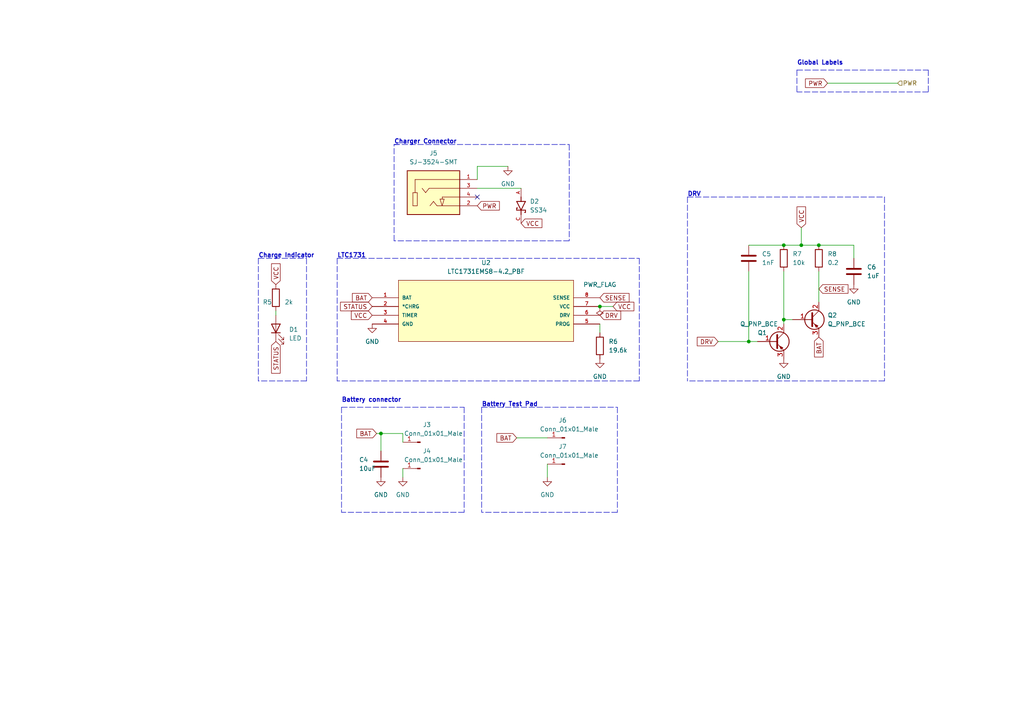
<source format=kicad_sch>
(kicad_sch (version 20211123) (generator eeschema)

  (uuid a93577f2-d801-492f-833e-569e8da0275e)

  (paper "A4")

  (lib_symbols
    (symbol "Connector:Conn_01x01_Male" (pin_names (offset 1.016) hide) (in_bom yes) (on_board yes)
      (property "Reference" "J" (id 0) (at 0 2.54 0)
        (effects (font (size 1.27 1.27)))
      )
      (property "Value" "Conn_01x01_Male" (id 1) (at 0 -2.54 0)
        (effects (font (size 1.27 1.27)))
      )
      (property "Footprint" "" (id 2) (at 0 0 0)
        (effects (font (size 1.27 1.27)) hide)
      )
      (property "Datasheet" "~" (id 3) (at 0 0 0)
        (effects (font (size 1.27 1.27)) hide)
      )
      (property "ki_keywords" "connector" (id 4) (at 0 0 0)
        (effects (font (size 1.27 1.27)) hide)
      )
      (property "ki_description" "Generic connector, single row, 01x01, script generated (kicad-library-utils/schlib/autogen/connector/)" (id 5) (at 0 0 0)
        (effects (font (size 1.27 1.27)) hide)
      )
      (property "ki_fp_filters" "Connector*:*" (id 6) (at 0 0 0)
        (effects (font (size 1.27 1.27)) hide)
      )
      (symbol "Conn_01x01_Male_1_1"
        (polyline
          (pts
            (xy 1.27 0)
            (xy 0.8636 0)
          )
          (stroke (width 0.1524) (type default) (color 0 0 0 0))
          (fill (type none))
        )
        (rectangle (start 0.8636 0.127) (end 0 -0.127)
          (stroke (width 0.1524) (type default) (color 0 0 0 0))
          (fill (type outline))
        )
        (pin passive line (at 5.08 0 180) (length 3.81)
          (name "Pin_1" (effects (font (size 1.27 1.27))))
          (number "1" (effects (font (size 1.27 1.27))))
        )
      )
    )
    (symbol "Device:C" (pin_numbers hide) (pin_names (offset 0.254)) (in_bom yes) (on_board yes)
      (property "Reference" "C" (id 0) (at 0.635 2.54 0)
        (effects (font (size 1.27 1.27)) (justify left))
      )
      (property "Value" "C" (id 1) (at 0.635 -2.54 0)
        (effects (font (size 1.27 1.27)) (justify left))
      )
      (property "Footprint" "" (id 2) (at 0.9652 -3.81 0)
        (effects (font (size 1.27 1.27)) hide)
      )
      (property "Datasheet" "~" (id 3) (at 0 0 0)
        (effects (font (size 1.27 1.27)) hide)
      )
      (property "ki_keywords" "cap capacitor" (id 4) (at 0 0 0)
        (effects (font (size 1.27 1.27)) hide)
      )
      (property "ki_description" "Unpolarized capacitor" (id 5) (at 0 0 0)
        (effects (font (size 1.27 1.27)) hide)
      )
      (property "ki_fp_filters" "C_*" (id 6) (at 0 0 0)
        (effects (font (size 1.27 1.27)) hide)
      )
      (symbol "C_0_1"
        (polyline
          (pts
            (xy -2.032 -0.762)
            (xy 2.032 -0.762)
          )
          (stroke (width 0.508) (type default) (color 0 0 0 0))
          (fill (type none))
        )
        (polyline
          (pts
            (xy -2.032 0.762)
            (xy 2.032 0.762)
          )
          (stroke (width 0.508) (type default) (color 0 0 0 0))
          (fill (type none))
        )
      )
      (symbol "C_1_1"
        (pin passive line (at 0 3.81 270) (length 2.794)
          (name "~" (effects (font (size 1.27 1.27))))
          (number "1" (effects (font (size 1.27 1.27))))
        )
        (pin passive line (at 0 -3.81 90) (length 2.794)
          (name "~" (effects (font (size 1.27 1.27))))
          (number "2" (effects (font (size 1.27 1.27))))
        )
      )
    )
    (symbol "Device:LED" (pin_numbers hide) (pin_names (offset 1.016) hide) (in_bom yes) (on_board yes)
      (property "Reference" "D" (id 0) (at 0 2.54 0)
        (effects (font (size 1.27 1.27)))
      )
      (property "Value" "LED" (id 1) (at 0 -2.54 0)
        (effects (font (size 1.27 1.27)))
      )
      (property "Footprint" "" (id 2) (at 0 0 0)
        (effects (font (size 1.27 1.27)) hide)
      )
      (property "Datasheet" "~" (id 3) (at 0 0 0)
        (effects (font (size 1.27 1.27)) hide)
      )
      (property "ki_keywords" "LED diode" (id 4) (at 0 0 0)
        (effects (font (size 1.27 1.27)) hide)
      )
      (property "ki_description" "Light emitting diode" (id 5) (at 0 0 0)
        (effects (font (size 1.27 1.27)) hide)
      )
      (property "ki_fp_filters" "LED* LED_SMD:* LED_THT:*" (id 6) (at 0 0 0)
        (effects (font (size 1.27 1.27)) hide)
      )
      (symbol "LED_0_1"
        (polyline
          (pts
            (xy -1.27 -1.27)
            (xy -1.27 1.27)
          )
          (stroke (width 0.254) (type default) (color 0 0 0 0))
          (fill (type none))
        )
        (polyline
          (pts
            (xy -1.27 0)
            (xy 1.27 0)
          )
          (stroke (width 0) (type default) (color 0 0 0 0))
          (fill (type none))
        )
        (polyline
          (pts
            (xy 1.27 -1.27)
            (xy 1.27 1.27)
            (xy -1.27 0)
            (xy 1.27 -1.27)
          )
          (stroke (width 0.254) (type default) (color 0 0 0 0))
          (fill (type none))
        )
        (polyline
          (pts
            (xy -3.048 -0.762)
            (xy -4.572 -2.286)
            (xy -3.81 -2.286)
            (xy -4.572 -2.286)
            (xy -4.572 -1.524)
          )
          (stroke (width 0) (type default) (color 0 0 0 0))
          (fill (type none))
        )
        (polyline
          (pts
            (xy -1.778 -0.762)
            (xy -3.302 -2.286)
            (xy -2.54 -2.286)
            (xy -3.302 -2.286)
            (xy -3.302 -1.524)
          )
          (stroke (width 0) (type default) (color 0 0 0 0))
          (fill (type none))
        )
      )
      (symbol "LED_1_1"
        (pin passive line (at -3.81 0 0) (length 2.54)
          (name "K" (effects (font (size 1.27 1.27))))
          (number "1" (effects (font (size 1.27 1.27))))
        )
        (pin passive line (at 3.81 0 180) (length 2.54)
          (name "A" (effects (font (size 1.27 1.27))))
          (number "2" (effects (font (size 1.27 1.27))))
        )
      )
    )
    (symbol "Device:Q_PNP_BCE" (pin_names (offset 0) hide) (in_bom yes) (on_board yes)
      (property "Reference" "Q" (id 0) (at 5.08 1.27 0)
        (effects (font (size 1.27 1.27)) (justify left))
      )
      (property "Value" "Q_PNP_BCE" (id 1) (at 5.08 -1.27 0)
        (effects (font (size 1.27 1.27)) (justify left))
      )
      (property "Footprint" "" (id 2) (at 5.08 2.54 0)
        (effects (font (size 1.27 1.27)) hide)
      )
      (property "Datasheet" "~" (id 3) (at 0 0 0)
        (effects (font (size 1.27 1.27)) hide)
      )
      (property "ki_keywords" "transistor PNP" (id 4) (at 0 0 0)
        (effects (font (size 1.27 1.27)) hide)
      )
      (property "ki_description" "PNP transistor, base/collector/emitter" (id 5) (at 0 0 0)
        (effects (font (size 1.27 1.27)) hide)
      )
      (symbol "Q_PNP_BCE_0_1"
        (polyline
          (pts
            (xy 0.635 0.635)
            (xy 2.54 2.54)
          )
          (stroke (width 0) (type default) (color 0 0 0 0))
          (fill (type none))
        )
        (polyline
          (pts
            (xy 0.635 -0.635)
            (xy 2.54 -2.54)
            (xy 2.54 -2.54)
          )
          (stroke (width 0) (type default) (color 0 0 0 0))
          (fill (type none))
        )
        (polyline
          (pts
            (xy 0.635 1.905)
            (xy 0.635 -1.905)
            (xy 0.635 -1.905)
          )
          (stroke (width 0.508) (type default) (color 0 0 0 0))
          (fill (type none))
        )
        (polyline
          (pts
            (xy 2.286 -1.778)
            (xy 1.778 -2.286)
            (xy 1.27 -1.27)
            (xy 2.286 -1.778)
            (xy 2.286 -1.778)
          )
          (stroke (width 0) (type default) (color 0 0 0 0))
          (fill (type outline))
        )
        (circle (center 1.27 0) (radius 2.8194)
          (stroke (width 0.254) (type default) (color 0 0 0 0))
          (fill (type none))
        )
      )
      (symbol "Q_PNP_BCE_1_1"
        (pin input line (at -5.08 0 0) (length 5.715)
          (name "B" (effects (font (size 1.27 1.27))))
          (number "1" (effects (font (size 1.27 1.27))))
        )
        (pin passive line (at 2.54 5.08 270) (length 2.54)
          (name "C" (effects (font (size 1.27 1.27))))
          (number "2" (effects (font (size 1.27 1.27))))
        )
        (pin passive line (at 2.54 -5.08 90) (length 2.54)
          (name "E" (effects (font (size 1.27 1.27))))
          (number "3" (effects (font (size 1.27 1.27))))
        )
      )
    )
    (symbol "Device:R" (pin_numbers hide) (pin_names (offset 0)) (in_bom yes) (on_board yes)
      (property "Reference" "R" (id 0) (at 2.032 0 90)
        (effects (font (size 1.27 1.27)))
      )
      (property "Value" "R" (id 1) (at 0 0 90)
        (effects (font (size 1.27 1.27)))
      )
      (property "Footprint" "" (id 2) (at -1.778 0 90)
        (effects (font (size 1.27 1.27)) hide)
      )
      (property "Datasheet" "~" (id 3) (at 0 0 0)
        (effects (font (size 1.27 1.27)) hide)
      )
      (property "ki_keywords" "R res resistor" (id 4) (at 0 0 0)
        (effects (font (size 1.27 1.27)) hide)
      )
      (property "ki_description" "Resistor" (id 5) (at 0 0 0)
        (effects (font (size 1.27 1.27)) hide)
      )
      (property "ki_fp_filters" "R_*" (id 6) (at 0 0 0)
        (effects (font (size 1.27 1.27)) hide)
      )
      (symbol "R_0_1"
        (rectangle (start -1.016 -2.54) (end 1.016 2.54)
          (stroke (width 0.254) (type default) (color 0 0 0 0))
          (fill (type none))
        )
      )
      (symbol "R_1_1"
        (pin passive line (at 0 3.81 270) (length 1.27)
          (name "~" (effects (font (size 1.27 1.27))))
          (number "1" (effects (font (size 1.27 1.27))))
        )
        (pin passive line (at 0 -3.81 90) (length 1.27)
          (name "~" (effects (font (size 1.27 1.27))))
          (number "2" (effects (font (size 1.27 1.27))))
        )
      )
    )
    (symbol "LTC1731EMS8-4.2_PBF:LTC1731EMS8-4.2_PBF" (pin_names (offset 1.016)) (in_bom yes) (on_board yes)
      (property "Reference" "U" (id 0) (at 28.2956 9.1186 0)
        (effects (font (size 1.27 1.27)) (justify left bottom))
      )
      (property "Value" "LTC1731EMS8-4.2_PBF" (id 1) (at 27.6606 6.5786 0)
        (effects (font (size 1.27 1.27)) (justify left bottom))
      )
      (property "Footprint" "LTC1731EMS8-4.2_PBF:MSOP-8_MS" (id 2) (at 0 0 0)
        (effects (font (size 1.27 1.27)) (justify bottom) hide)
      )
      (property "Datasheet" "" (id 3) (at 0 0 0)
        (effects (font (size 1.27 1.27)) hide)
      )
      (property "MF" "Analog Devices" (id 4) (at 0 0 0)
        (effects (font (size 1.27 1.27)) (justify bottom) hide)
      )
      (property "VENDOR" "Linear Technology" (id 5) (at 0 0 0)
        (effects (font (size 1.27 1.27)) (justify bottom) hide)
      )
      (property "Description" "\n                        \n                            Linear Battery Charger Controller Li-Ion/Li-Pol/NiCD/NiMH 2000mA 4.2V 8-Pin MSOP Tube\n                        \n" (id 6) (at 0 0 0)
        (effects (font (size 1.27 1.27)) (justify bottom) hide)
      )
      (property "Package" "MSOP-8 Linear Technology" (id 7) (at 0 0 0)
        (effects (font (size 1.27 1.27)) (justify bottom) hide)
      )
      (property "Price" "None" (id 8) (at 0 0 0)
        (effects (font (size 1.27 1.27)) (justify bottom) hide)
      )
      (property "Check_prices" "https://www.snapeda.com/parts/LTC1731EMS8-4.2%23PBF/Analog+Devices/view-part/?ref=eda" (id 9) (at 0 0 0)
        (effects (font (size 1.27 1.27)) (justify bottom) hide)
      )
      (property "SnapEDA_Link" "https://www.snapeda.com/parts/LTC1731EMS8-4.2%23PBF/Analog+Devices/view-part/?ref=snap" (id 10) (at 0 0 0)
        (effects (font (size 1.27 1.27)) (justify bottom) hide)
      )
      (property "MP" "LTC1731EMS8-4.2#PBF" (id 11) (at 0 0 0)
        (effects (font (size 1.27 1.27)) (justify bottom) hide)
      )
      (property "Availability" "In Stock" (id 12) (at 0 0 0)
        (effects (font (size 1.27 1.27)) (justify bottom) hide)
      )
      (property "MANUFACTURER_PART_NUMBER" "ltc1731ems88.4" (id 13) (at 0 0 0)
        (effects (font (size 1.27 1.27)) (justify bottom) hide)
      )
      (symbol "LTC1731EMS8-4.2_PBF_0_0"
        (rectangle (start 7.62 -12.7) (end 58.42 5.08)
          (stroke (width 0.1524) (type default) (color 0 0 0 0))
          (fill (type background))
        )
        (pin input line (at 0 0 0) (length 7.62)
          (name "BAT" (effects (font (size 1.016 1.016))))
          (number "1" (effects (font (size 1.016 1.016))))
        )
        (pin output line (at 0 -2.54 0) (length 7.62)
          (name "*CHRG" (effects (font (size 1.016 1.016))))
          (number "2" (effects (font (size 1.016 1.016))))
        )
        (pin input line (at 0 -5.08 0) (length 7.62)
          (name "TIMER" (effects (font (size 1.016 1.016))))
          (number "3" (effects (font (size 1.016 1.016))))
        )
        (pin power_in line (at 0 -7.62 0) (length 7.62)
          (name "GND" (effects (font (size 1.016 1.016))))
          (number "4" (effects (font (size 1.016 1.016))))
        )
        (pin input line (at 66.04 -7.62 180) (length 7.62)
          (name "PROG" (effects (font (size 1.016 1.016))))
          (number "5" (effects (font (size 1.016 1.016))))
        )
        (pin output line (at 66.04 -5.08 180) (length 7.62)
          (name "DRV" (effects (font (size 1.016 1.016))))
          (number "6" (effects (font (size 1.016 1.016))))
        )
        (pin power_in line (at 66.04 -2.54 180) (length 7.62)
          (name "VCC" (effects (font (size 1.016 1.016))))
          (number "7" (effects (font (size 1.016 1.016))))
        )
        (pin input line (at 66.04 0 180) (length 7.62)
          (name "SENSE" (effects (font (size 1.016 1.016))))
          (number "8" (effects (font (size 1.016 1.016))))
        )
      )
    )
    (symbol "SJ-3524-SMT:SJ-3524-SMT" (pin_names (offset 1.016)) (in_bom yes) (on_board yes)
      (property "Reference" "J" (id 0) (at -7.637 8.2738 0)
        (effects (font (size 1.27 1.27)) (justify left bottom))
      )
      (property "Value" "SJ-3524-SMT" (id 1) (at -7.6519 -7.6606 0)
        (effects (font (size 1.27 1.27)) (justify left bottom))
      )
      (property "Footprint" "SJ-3524-SMT:CUI_SJ-3524-SMT" (id 2) (at 0 0 0)
        (effects (font (size 1.27 1.27)) (justify bottom) hide)
      )
      (property "Datasheet" "" (id 3) (at 0 0 0)
        (effects (font (size 1.27 1.27)) hide)
      )
      (property "MF" "Same Sky" (id 4) (at 0 0 0)
        (effects (font (size 1.27 1.27)) (justify bottom) hide)
      )
      (property "Description" "\n                        \n                            3.5 mm, Stereo, Right Angle, Surface Mount (SMT), 3 Conductors, 1 Internal Switch, Audio Jack Connector\n                        \n" (id 5) (at 0 0 0)
        (effects (font (size 1.27 1.27)) (justify bottom) hide)
      )
      (property "Package" "None" (id 6) (at 0 0 0)
        (effects (font (size 1.27 1.27)) (justify bottom) hide)
      )
      (property "Price" "None" (id 7) (at 0 0 0)
        (effects (font (size 1.27 1.27)) (justify bottom) hide)
      )
      (property "STANDARD" "Manufacturer recommendations" (id 8) (at 0 0 0)
        (effects (font (size 1.27 1.27)) (justify bottom) hide)
      )
      (property "PARTREV" "1.03" (id 9) (at 0 0 0)
        (effects (font (size 1.27 1.27)) (justify bottom) hide)
      )
      (property "SnapEDA_Link" "https://www.snapeda.com/parts/SJ-3524-SMT-TR/Same+Sky/view-part/?ref=snap" (id 10) (at 0 0 0)
        (effects (font (size 1.27 1.27)) (justify bottom) hide)
      )
      (property "MP" "SJ-3524-SMT-TR" (id 11) (at 0 0 0)
        (effects (font (size 1.27 1.27)) (justify bottom) hide)
      )
      (property "Availability" "In Stock" (id 12) (at 0 0 0)
        (effects (font (size 1.27 1.27)) (justify bottom) hide)
      )
      (property "Check_prices" "https://www.snapeda.com/parts/SJ-3524-SMT-TR/Same+Sky/view-part/?ref=eda" (id 13) (at 0 0 0)
        (effects (font (size 1.27 1.27)) (justify bottom) hide)
      )
      (symbol "SJ-3524-SMT_0_0"
        (rectangle (start -7.62 -5.08) (end 7.62 7.62)
          (stroke (width 0.254) (type default) (color 0 0 0 0))
          (fill (type background))
        )
        (polyline
          (pts
            (xy -5.969 -2.54)
            (xy -4.699 -2.54)
          )
          (stroke (width 0.1524) (type default) (color 0 0 0 0))
          (fill (type none))
        )
        (polyline
          (pts
            (xy -5.969 1.27)
            (xy -5.969 -2.54)
          )
          (stroke (width 0.1524) (type default) (color 0 0 0 0))
          (fill (type none))
        )
        (polyline
          (pts
            (xy -5.334 1.27)
            (xy -5.969 1.27)
          )
          (stroke (width 0.1524) (type default) (color 0 0 0 0))
          (fill (type none))
        )
        (polyline
          (pts
            (xy -5.334 1.27)
            (xy -5.334 5.08)
          )
          (stroke (width 0.1524) (type default) (color 0 0 0 0))
          (fill (type none))
        )
        (polyline
          (pts
            (xy -5.334 5.08)
            (xy 7.62 5.08)
          )
          (stroke (width 0.1524) (type default) (color 0 0 0 0))
          (fill (type none))
        )
        (polyline
          (pts
            (xy -4.699 -2.54)
            (xy -4.699 1.27)
          )
          (stroke (width 0.1524) (type default) (color 0 0 0 0))
          (fill (type none))
        )
        (polyline
          (pts
            (xy -4.699 1.27)
            (xy -5.334 1.27)
          )
          (stroke (width 0.1524) (type default) (color 0 0 0 0))
          (fill (type none))
        )
        (polyline
          (pts
            (xy -2.286 1.27)
            (xy -3.302 2.54)
          )
          (stroke (width 0.1524) (type default) (color 0 0 0 0))
          (fill (type none))
        )
        (polyline
          (pts
            (xy -1.27 2.54)
            (xy -2.286 1.27)
          )
          (stroke (width 0.1524) (type default) (color 0 0 0 0))
          (fill (type none))
        )
        (polyline
          (pts
            (xy -1.016 -2.54)
            (xy 0 -1.27)
          )
          (stroke (width 0.1524) (type default) (color 0 0 0 0))
          (fill (type none))
        )
        (polyline
          (pts
            (xy 0 -1.27)
            (xy 1.016 -2.54)
          )
          (stroke (width 0.1524) (type default) (color 0 0 0 0))
          (fill (type none))
        )
        (polyline
          (pts
            (xy 1.9 -0.6)
            (xy 2.5 -2.53)
          )
          (stroke (width 0.1524) (type default) (color 0 0 0 0))
          (fill (type none))
        )
        (polyline
          (pts
            (xy 1.9 -0.6)
            (xy 3.09 -0.6)
          )
          (stroke (width 0.1524) (type default) (color 0 0 0 0))
          (fill (type none))
        )
        (polyline
          (pts
            (xy 2.53 -2.52)
            (xy 2.53 -2.53)
          )
          (stroke (width 0.1524) (type default) (color 0 0 0 0))
          (fill (type none))
        )
        (polyline
          (pts
            (xy 2.54 0)
            (xy 2.54 -0.62)
          )
          (stroke (width 0.1524) (type default) (color 0 0 0 0))
          (fill (type none))
        )
        (polyline
          (pts
            (xy 2.54 0)
            (xy 7.62 0)
          )
          (stroke (width 0.1524) (type default) (color 0 0 0 0))
          (fill (type none))
        )
        (polyline
          (pts
            (xy 3.09 -0.6)
            (xy 2.53 -2.52)
          )
          (stroke (width 0.1524) (type default) (color 0 0 0 0))
          (fill (type none))
        )
        (polyline
          (pts
            (xy 7.62 -2.54)
            (xy 1.016 -2.54)
          )
          (stroke (width 0.1524) (type default) (color 0 0 0 0))
          (fill (type none))
        )
        (polyline
          (pts
            (xy 7.62 2.54)
            (xy -1.27 2.54)
          )
          (stroke (width 0.1524) (type default) (color 0 0 0 0))
          (fill (type none))
        )
        (pin passive line (at 12.7 5.08 180) (length 5.08)
          (name "~" (effects (font (size 1.016 1.016))))
          (number "1" (effects (font (size 1.016 1.016))))
        )
        (pin passive line (at 12.7 -2.54 180) (length 5.08)
          (name "~" (effects (font (size 1.016 1.016))))
          (number "2" (effects (font (size 1.016 1.016))))
        )
        (pin passive line (at 12.7 2.54 180) (length 5.08)
          (name "~" (effects (font (size 1.016 1.016))))
          (number "3" (effects (font (size 1.016 1.016))))
        )
        (pin passive line (at 12.7 0 180) (length 5.08)
          (name "~" (effects (font (size 1.016 1.016))))
          (number "4" (effects (font (size 1.016 1.016))))
        )
      )
    )
    (symbol "SS34:SS34" (pin_names (offset 1.016)) (in_bom yes) (on_board yes)
      (property "Reference" "D" (id 0) (at -5.08 2.54 0)
        (effects (font (size 1.27 1.27)) (justify left bottom))
      )
      (property "Value" "SS34" (id 1) (at -5.08 -3.81 0)
        (effects (font (size 1.27 1.27)) (justify left bottom))
      )
      (property "Footprint" "SS34:DIOM7959X265N" (id 2) (at 0 0 0)
        (effects (font (size 1.27 1.27)) (justify bottom) hide)
      )
      (property "Datasheet" "" (id 3) (at 0 0 0)
        (effects (font (size 1.27 1.27)) hide)
      )
      (property "MF" "ON Semiconductor" (id 4) (at 0 0 0)
        (effects (font (size 1.27 1.27)) (justify bottom) hide)
      )
      (property "SNAPEDA_PACKAGE_ID" "36301" (id 5) (at 0 0 0)
        (effects (font (size 1.27 1.27)) (justify bottom) hide)
      )
      (property "Package" "SMC-2 ON Semiconductor" (id 6) (at 0 0 0)
        (effects (font (size 1.27 1.27)) (justify bottom) hide)
      )
      (property "Price" "None" (id 7) (at 0 0 0)
        (effects (font (size 1.27 1.27)) (justify bottom) hide)
      )
      (property "Check_prices" "https://www.snapeda.com/parts/SS34/Onsemi/view-part/?ref=eda" (id 8) (at 0 0 0)
        (effects (font (size 1.27 1.27)) (justify bottom) hide)
      )
      (property "STANDARD" "IPC-7351B" (id 9) (at 0 0 0)
        (effects (font (size 1.27 1.27)) (justify bottom) hide)
      )
      (property "PARTREV" "31 Aug 2016" (id 10) (at 0 0 0)
        (effects (font (size 1.27 1.27)) (justify bottom) hide)
      )
      (property "SnapEDA_Link" "https://www.snapeda.com/parts/SS34/Onsemi/view-part/?ref=snap" (id 11) (at 0 0 0)
        (effects (font (size 1.27 1.27)) (justify bottom) hide)
      )
      (property "MP" "SS34" (id 12) (at 0 0 0)
        (effects (font (size 1.27 1.27)) (justify bottom) hide)
      )
      (property "Description" "\n                        \n                            Diode Schottky 40 V 3A Surface Mount SMC (DO-214AB)\n                        \n" (id 13) (at 0 0 0)
        (effects (font (size 1.27 1.27)) (justify bottom) hide)
      )
      (property "MANUFACTURER" "On Semiconductor" (id 14) (at 0 0 0)
        (effects (font (size 1.27 1.27)) (justify bottom) hide)
      )
      (property "Availability" "In Stock" (id 15) (at 0 0 0)
        (effects (font (size 1.27 1.27)) (justify bottom) hide)
      )
      (property "MAXIMUM_PACKAGE_HEIGHT" "2.65mm" (id 16) (at 0 0 0)
        (effects (font (size 1.27 1.27)) (justify bottom) hide)
      )
      (symbol "SS34_0_0"
        (polyline
          (pts
            (xy -2.54 0)
            (xy -1.27 0)
          )
          (stroke (width 0.254) (type default) (color 0 0 0 0))
          (fill (type none))
        )
        (polyline
          (pts
            (xy -1.27 -1.27)
            (xy 1.27 0)
          )
          (stroke (width 0.254) (type default) (color 0 0 0 0))
          (fill (type none))
        )
        (polyline
          (pts
            (xy -1.27 0)
            (xy -1.27 -1.27)
          )
          (stroke (width 0.254) (type default) (color 0 0 0 0))
          (fill (type none))
        )
        (polyline
          (pts
            (xy -1.27 1.27)
            (xy -1.27 0)
          )
          (stroke (width 0.254) (type default) (color 0 0 0 0))
          (fill (type none))
        )
        (polyline
          (pts
            (xy 0.635 -1.016)
            (xy 0.635 -1.27)
          )
          (stroke (width 0.254) (type default) (color 0 0 0 0))
          (fill (type none))
        )
        (polyline
          (pts
            (xy 1.27 -1.27)
            (xy 0.635 -1.27)
          )
          (stroke (width 0.254) (type default) (color 0 0 0 0))
          (fill (type none))
        )
        (polyline
          (pts
            (xy 1.27 0)
            (xy -1.27 1.27)
          )
          (stroke (width 0.254) (type default) (color 0 0 0 0))
          (fill (type none))
        )
        (polyline
          (pts
            (xy 1.27 0)
            (xy 1.27 -1.27)
          )
          (stroke (width 0.254) (type default) (color 0 0 0 0))
          (fill (type none))
        )
        (polyline
          (pts
            (xy 1.27 1.27)
            (xy 1.27 0)
          )
          (stroke (width 0.254) (type default) (color 0 0 0 0))
          (fill (type none))
        )
        (polyline
          (pts
            (xy 1.905 1.27)
            (xy 1.27 1.27)
          )
          (stroke (width 0.254) (type default) (color 0 0 0 0))
          (fill (type none))
        )
        (polyline
          (pts
            (xy 1.905 1.27)
            (xy 1.905 1.016)
          )
          (stroke (width 0.254) (type default) (color 0 0 0 0))
          (fill (type none))
        )
        (polyline
          (pts
            (xy 2.54 0)
            (xy 1.27 0)
          )
          (stroke (width 0.254) (type default) (color 0 0 0 0))
          (fill (type none))
        )
        (pin passive line (at -5.08 0 0) (length 2.54)
          (name "~" (effects (font (size 1.016 1.016))))
          (number "A" (effects (font (size 1.016 1.016))))
        )
        (pin passive line (at 5.08 0 180) (length 2.54)
          (name "~" (effects (font (size 1.016 1.016))))
          (number "C" (effects (font (size 1.016 1.016))))
        )
      )
    )
    (symbol "power:GND" (power) (pin_names (offset 0)) (in_bom yes) (on_board yes)
      (property "Reference" "#PWR" (id 0) (at 0 -6.35 0)
        (effects (font (size 1.27 1.27)) hide)
      )
      (property "Value" "GND" (id 1) (at 0 -3.81 0)
        (effects (font (size 1.27 1.27)))
      )
      (property "Footprint" "" (id 2) (at 0 0 0)
        (effects (font (size 1.27 1.27)) hide)
      )
      (property "Datasheet" "" (id 3) (at 0 0 0)
        (effects (font (size 1.27 1.27)) hide)
      )
      (property "ki_keywords" "global power" (id 4) (at 0 0 0)
        (effects (font (size 1.27 1.27)) hide)
      )
      (property "ki_description" "Power symbol creates a global label with name \"GND\" , ground" (id 5) (at 0 0 0)
        (effects (font (size 1.27 1.27)) hide)
      )
      (symbol "GND_0_1"
        (polyline
          (pts
            (xy 0 0)
            (xy 0 -1.27)
            (xy 1.27 -1.27)
            (xy 0 -2.54)
            (xy -1.27 -1.27)
            (xy 0 -1.27)
          )
          (stroke (width 0) (type default) (color 0 0 0 0))
          (fill (type none))
        )
      )
      (symbol "GND_1_1"
        (pin power_in line (at 0 0 270) (length 0) hide
          (name "GND" (effects (font (size 1.27 1.27))))
          (number "1" (effects (font (size 1.27 1.27))))
        )
      )
    )
    (symbol "power:PWR_FLAG" (power) (pin_numbers hide) (pin_names (offset 0) hide) (in_bom yes) (on_board yes)
      (property "Reference" "#FLG" (id 0) (at 0 1.905 0)
        (effects (font (size 1.27 1.27)) hide)
      )
      (property "Value" "PWR_FLAG" (id 1) (at 0 3.81 0)
        (effects (font (size 1.27 1.27)))
      )
      (property "Footprint" "" (id 2) (at 0 0 0)
        (effects (font (size 1.27 1.27)) hide)
      )
      (property "Datasheet" "~" (id 3) (at 0 0 0)
        (effects (font (size 1.27 1.27)) hide)
      )
      (property "ki_keywords" "flag power" (id 4) (at 0 0 0)
        (effects (font (size 1.27 1.27)) hide)
      )
      (property "ki_description" "Special symbol for telling ERC where power comes from" (id 5) (at 0 0 0)
        (effects (font (size 1.27 1.27)) hide)
      )
      (symbol "PWR_FLAG_0_0"
        (pin power_out line (at 0 0 90) (length 0)
          (name "pwr" (effects (font (size 1.27 1.27))))
          (number "1" (effects (font (size 1.27 1.27))))
        )
      )
      (symbol "PWR_FLAG_0_1"
        (polyline
          (pts
            (xy 0 0)
            (xy 0 1.27)
            (xy -1.016 1.905)
            (xy 0 2.54)
            (xy 1.016 1.905)
            (xy 0 1.27)
          )
          (stroke (width 0) (type default) (color 0 0 0 0))
          (fill (type none))
        )
      )
    )
  )

  (junction (at 217.17 99.06) (diameter 0) (color 0 0 0 0)
    (uuid 79270247-14df-41e1-bab8-90bfdf54e4d2)
  )
  (junction (at 227.33 71.12) (diameter 0) (color 0 0 0 0)
    (uuid 7ae7edc4-340f-40ff-81a6-5ef52cf2ac73)
  )
  (junction (at 237.49 71.12) (diameter 0) (color 0 0 0 0)
    (uuid 9299842a-addf-4e2e-8e17-3ac5ead24edf)
  )
  (junction (at 227.33 92.71) (diameter 0) (color 0 0 0 0)
    (uuid b713d165-c9aa-480d-95d8-be1bc469c2a1)
  )
  (junction (at 173.99 88.9) (diameter 0) (color 0 0 0 0)
    (uuid d41ad8ea-7680-4cf2-bb62-949913be413a)
  )
  (junction (at 110.49 125.73) (diameter 0) (color 0 0 0 0)
    (uuid f6f2cc84-5d76-41e4-9cdb-60c79f4315e9)
  )
  (junction (at 232.41 71.12) (diameter 0) (color 0 0 0 0)
    (uuid fa07b00d-0d99-4697-af19-305fb2bc9b91)
  )

  (no_connect (at 138.43 57.15) (uuid 5fc6bbd2-7b38-4f7f-b46d-d513911328b5))

  (polyline (pts (xy 179.07 118.11) (xy 179.07 148.59))
    (stroke (width 0) (type default) (color 0 0 0 0))
    (uuid 0218a833-353e-4086-9f44-7ed3499cf57b)
  )
  (polyline (pts (xy 199.39 57.15) (xy 199.39 110.49))
    (stroke (width 0) (type default) (color 0 0 0 0))
    (uuid 05341ac9-fa78-4e19-87d8-9d9d00c2a7ab)
  )

  (wire (pts (xy 177.8 88.9) (xy 173.99 88.9))
    (stroke (width 0) (type default) (color 0 0 0 0))
    (uuid 10278cbc-ce35-4b4a-ad33-e662ca220cb3)
  )
  (wire (pts (xy 110.49 125.73) (xy 116.84 125.73))
    (stroke (width 0) (type default) (color 0 0 0 0))
    (uuid 139eea1c-7def-47f1-b510-49cbd64645cf)
  )
  (polyline (pts (xy 165.1 41.91) (xy 165.1 69.85))
    (stroke (width 0) (type default) (color 0 0 0 0))
    (uuid 1bf22a46-0c92-4e45-94aa-47a7b79ddf43)
  )
  (polyline (pts (xy 99.06 118.11) (xy 134.62 118.11))
    (stroke (width 0) (type default) (color 0 0 0 0))
    (uuid 2028de62-0926-4ef4-a296-0e0ec7d827ec)
  )
  (polyline (pts (xy 139.7 118.11) (xy 139.7 148.59))
    (stroke (width 0) (type default) (color 0 0 0 0))
    (uuid 2e00a1be-df57-44d2-ac39-c5a4e22760c4)
  )

  (wire (pts (xy 227.33 92.71) (xy 227.33 93.98))
    (stroke (width 0) (type default) (color 0 0 0 0))
    (uuid 2f2e3ad6-9abb-47aa-9539-2394d0be1b61)
  )
  (wire (pts (xy 138.43 54.61) (xy 151.13 54.61))
    (stroke (width 0) (type default) (color 0 0 0 0))
    (uuid 358b3317-5245-4f4b-8d5b-9b0b92ad9b33)
  )
  (polyline (pts (xy 256.54 57.15) (xy 256.54 110.49))
    (stroke (width 0) (type default) (color 0 0 0 0))
    (uuid 432f45a1-7a68-4c35-a9c5-67805c959395)
  )
  (polyline (pts (xy 74.93 74.93) (xy 74.93 110.49))
    (stroke (width 0) (type default) (color 0 0 0 0))
    (uuid 4a0359cf-7477-4fea-9a19-d4d27daab322)
  )

  (wire (pts (xy 240.03 24.13) (xy 260.35 24.13))
    (stroke (width 0) (type default) (color 0 0 0 0))
    (uuid 4df6929a-38a0-4454-9651-dcb86be7196a)
  )
  (polyline (pts (xy 97.79 74.93) (xy 185.42 74.93))
    (stroke (width 0) (type default) (color 0 0 0 0))
    (uuid 5542ff8a-e6d7-4289-8e2d-6627f9aa2425)
  )

  (wire (pts (xy 217.17 71.12) (xy 227.33 71.12))
    (stroke (width 0) (type default) (color 0 0 0 0))
    (uuid 5ac51f89-1d40-4d87-9802-15e2502eaac1)
  )
  (wire (pts (xy 116.84 125.73) (xy 116.84 128.27))
    (stroke (width 0) (type default) (color 0 0 0 0))
    (uuid 5c0c06af-3f46-4ec7-ac72-9535c1f40c10)
  )
  (wire (pts (xy 217.17 99.06) (xy 217.17 78.74))
    (stroke (width 0) (type default) (color 0 0 0 0))
    (uuid 60656c29-2e43-43a8-9106-d1dfcb63813f)
  )
  (wire (pts (xy 227.33 78.74) (xy 227.33 92.71))
    (stroke (width 0) (type default) (color 0 0 0 0))
    (uuid 6423f0b7-0d7a-4131-8a74-4fb94bc607fe)
  )
  (polyline (pts (xy 165.1 69.85) (xy 114.3 69.85))
    (stroke (width 0) (type default) (color 0 0 0 0))
    (uuid 648f3157-6bf6-4892-9068-c6c8f88e9b9f)
  )
  (polyline (pts (xy 269.24 20.32) (xy 269.24 26.67))
    (stroke (width 0) (type default) (color 0 0 0 0))
    (uuid 6774ef2a-a15d-42fb-ad47-d1c3a67dd3e3)
  )

  (wire (pts (xy 116.84 135.89) (xy 116.84 138.43))
    (stroke (width 0) (type default) (color 0 0 0 0))
    (uuid 67bd6353-e664-4971-9852-fe91cc95e2bf)
  )
  (wire (pts (xy 110.49 125.73) (xy 110.49 130.81))
    (stroke (width 0) (type default) (color 0 0 0 0))
    (uuid 77431471-90c9-4fb9-82b8-d3db36a72192)
  )
  (polyline (pts (xy 256.54 110.49) (xy 199.39 110.49))
    (stroke (width 0) (type default) (color 0 0 0 0))
    (uuid 775ff91e-02b8-4f6f-a05a-c0d6b9065a0f)
  )
  (polyline (pts (xy 231.14 20.32) (xy 231.14 26.67))
    (stroke (width 0) (type default) (color 0 0 0 0))
    (uuid 78365b9e-57b3-4682-92c9-c1d60795896d)
  )

  (wire (pts (xy 232.41 66.04) (xy 232.41 71.12))
    (stroke (width 0) (type default) (color 0 0 0 0))
    (uuid 786b1f6d-752e-4370-b3c2-1d479c78a5d5)
  )
  (polyline (pts (xy 185.42 110.49) (xy 97.79 110.49))
    (stroke (width 0) (type default) (color 0 0 0 0))
    (uuid 7a37ec48-1ea5-45c6-aaf8-a586fd6a9075)
  )

  (wire (pts (xy 208.28 99.06) (xy 217.17 99.06))
    (stroke (width 0) (type default) (color 0 0 0 0))
    (uuid 7ab43271-7ab6-400d-8271-731f07285602)
  )
  (polyline (pts (xy 199.39 57.15) (xy 256.54 57.15))
    (stroke (width 0) (type default) (color 0 0 0 0))
    (uuid 7d43e253-6450-490c-8f53-b86ae99cfe49)
  )

  (wire (pts (xy 173.99 93.98) (xy 173.99 96.52))
    (stroke (width 0) (type default) (color 0 0 0 0))
    (uuid 88c02a0d-5cc4-42c2-a32d-9966fac2efa9)
  )
  (polyline (pts (xy 97.79 74.93) (xy 97.79 110.49))
    (stroke (width 0) (type default) (color 0 0 0 0))
    (uuid 88c2d374-aa67-458b-90d8-b956422cb18e)
  )
  (polyline (pts (xy 88.9 110.49) (xy 74.93 110.49))
    (stroke (width 0) (type default) (color 0 0 0 0))
    (uuid 8a2e0dcc-90fc-4553-9108-6e42c2bc68cd)
  )

  (wire (pts (xy 80.01 90.17) (xy 80.01 91.44))
    (stroke (width 0) (type default) (color 0 0 0 0))
    (uuid 9775eede-0a1a-45b6-82e1-26896d188e1e)
  )
  (polyline (pts (xy 139.7 118.11) (xy 179.07 118.11))
    (stroke (width 0) (type default) (color 0 0 0 0))
    (uuid a2bcef84-0881-4a88-92d6-2166f2d44cd9)
  )

  (wire (pts (xy 149.86 127) (xy 158.75 127))
    (stroke (width 0) (type default) (color 0 0 0 0))
    (uuid a3490ad7-9901-410e-b24d-e74f2c99c2f3)
  )
  (polyline (pts (xy 114.3 41.91) (xy 115.57 41.91))
    (stroke (width 0) (type default) (color 0 0 0 0))
    (uuid a44a7016-8931-4e01-b018-afbf5d11e3d5)
  )
  (polyline (pts (xy 134.62 118.11) (xy 134.62 148.59))
    (stroke (width 0) (type default) (color 0 0 0 0))
    (uuid a53563d9-dffb-43cd-9b20-ae07eedc2954)
  )

  (wire (pts (xy 237.49 78.74) (xy 237.49 87.63))
    (stroke (width 0) (type default) (color 0 0 0 0))
    (uuid acf22263-6e73-4988-8953-2a7bd33a4028)
  )
  (wire (pts (xy 227.33 71.12) (xy 232.41 71.12))
    (stroke (width 0) (type default) (color 0 0 0 0))
    (uuid aff04217-5760-48bc-a119-d3aea1ea8960)
  )
  (wire (pts (xy 232.41 71.12) (xy 237.49 71.12))
    (stroke (width 0) (type default) (color 0 0 0 0))
    (uuid c5ea015d-65a3-4d5f-b406-245e86fea5b0)
  )
  (polyline (pts (xy 179.07 148.59) (xy 139.7 148.59))
    (stroke (width 0) (type default) (color 0 0 0 0))
    (uuid c9f7eaac-c51d-48e0-bf77-24b8749682ae)
  )

  (wire (pts (xy 138.43 48.26) (xy 147.32 48.26))
    (stroke (width 0) (type default) (color 0 0 0 0))
    (uuid cdce2013-afa6-4039-848b-c8816fdaf66f)
  )
  (wire (pts (xy 109.22 125.73) (xy 110.49 125.73))
    (stroke (width 0) (type default) (color 0 0 0 0))
    (uuid cf55070f-0374-411e-bb66-f3eec480cb98)
  )
  (wire (pts (xy 158.75 134.62) (xy 158.75 138.43))
    (stroke (width 0) (type default) (color 0 0 0 0))
    (uuid d4a3c4e5-d500-496d-b473-98545a33b11a)
  )
  (polyline (pts (xy 74.93 74.93) (xy 88.9 74.93))
    (stroke (width 0) (type default) (color 0 0 0 0))
    (uuid d52f05b7-a734-4838-a36f-504fb8089f08)
  )
  (polyline (pts (xy 185.42 74.93) (xy 185.42 110.49))
    (stroke (width 0) (type default) (color 0 0 0 0))
    (uuid d5b1c205-2035-4ac6-8fe4-716fcfe2b014)
  )

  (wire (pts (xy 138.43 52.07) (xy 138.43 48.26))
    (stroke (width 0) (type default) (color 0 0 0 0))
    (uuid d5fce5a3-2cd1-4395-9872-92366f89c7b0)
  )
  (wire (pts (xy 217.17 99.06) (xy 219.71 99.06))
    (stroke (width 0) (type default) (color 0 0 0 0))
    (uuid d676baaf-9946-4abd-94ea-c4a7dec1d404)
  )
  (polyline (pts (xy 269.24 26.67) (xy 231.14 26.67))
    (stroke (width 0) (type default) (color 0 0 0 0))
    (uuid d96d76ec-36bb-4032-a2ac-5f0589706689)
  )
  (polyline (pts (xy 114.3 41.91) (xy 165.1 41.91))
    (stroke (width 0) (type default) (color 0 0 0 0))
    (uuid d9dbe374-f392-4761-a970-d1f240c5ed35)
  )
  (polyline (pts (xy 114.3 69.85) (xy 114.3 41.91))
    (stroke (width 0) (type default) (color 0 0 0 0))
    (uuid dfa702ec-f30b-40b1-86ef-b60ab0414227)
  )

  (wire (pts (xy 227.33 92.71) (xy 229.87 92.71))
    (stroke (width 0) (type default) (color 0 0 0 0))
    (uuid e85b35ee-9439-41bb-b916-f22507784277)
  )
  (polyline (pts (xy 231.14 20.32) (xy 269.24 20.32))
    (stroke (width 0) (type default) (color 0 0 0 0))
    (uuid ea08893f-9fd1-47f2-be0f-77051accc8e0)
  )

  (wire (pts (xy 237.49 71.12) (xy 247.65 71.12))
    (stroke (width 0) (type default) (color 0 0 0 0))
    (uuid ec21056b-5c9e-42bb-b633-dc6678f210f6)
  )
  (wire (pts (xy 247.65 74.93) (xy 247.65 71.12))
    (stroke (width 0) (type default) (color 0 0 0 0))
    (uuid f3d65996-bf79-4db0-beac-d4f0ce369113)
  )
  (polyline (pts (xy 88.9 74.93) (xy 88.9 110.49))
    (stroke (width 0) (type default) (color 0 0 0 0))
    (uuid fb5bab11-a460-45a9-a599-fe22340f4c10)
  )
  (polyline (pts (xy 134.62 148.59) (xy 99.06 148.59))
    (stroke (width 0) (type default) (color 0 0 0 0))
    (uuid fb6a0dc4-a4ef-4c1f-8221-a07c5f618b6d)
  )
  (polyline (pts (xy 99.06 118.11) (xy 99.06 148.59))
    (stroke (width 0) (type default) (color 0 0 0 0))
    (uuid fc74c543-6892-4079-b2de-8a9dc7a4c01c)
  )

  (text "Global Labels" (at 231.14 19.05 0)
    (effects (font (size 1.27 1.27) bold) (justify left bottom))
    (uuid 3612cc6a-bb00-48e9-b0f3-a7163fda1538)
  )
  (text "LTC1731" (at 97.79 74.93 0)
    (effects (font (size 1.27 1.27) bold) (justify left bottom))
    (uuid 5451de4c-32f0-45c8-8fd3-900403f6a48c)
  )
  (text "DRV" (at 199.39 57.15 0)
    (effects (font (size 1.27 1.27) bold) (justify left bottom))
    (uuid 581e88d2-fe94-46f2-98f6-c8d892220889)
  )
  (text "Charge Indicator" (at 74.93 74.93 0)
    (effects (font (size 1.27 1.27) bold) (justify left bottom))
    (uuid 85fe6006-aaf2-4929-9cd7-00f7cfd8de9f)
  )
  (text "Charger Connector" (at 114.3 41.91 0)
    (effects (font (size 1.27 1.27) (thickness 0.254) bold) (justify left bottom))
    (uuid 96e61401-7119-4fa9-b129-eb66cc77934d)
  )
  (text "Battery Test Pad" (at 139.7 118.11 0)
    (effects (font (size 1.27 1.27) (thickness 0.254) bold) (justify left bottom))
    (uuid ad2dac3e-bd0b-44ee-8d9f-5ff0dbbf00c6)
  )
  (text "Battery connector" (at 99.06 116.84 0)
    (effects (font (size 1.27 1.27) (thickness 0.254) bold) (justify left bottom))
    (uuid f571fcf9-77c3-459c-9764-d29196875c4d)
  )

  (global_label "VCC" (shape input) (at 177.8 88.9 0) (fields_autoplaced)
    (effects (font (size 1.27 1.27)) (justify left))
    (uuid 2a36cc43-7c55-4fd3-85c0-666d25100fbf)
    (property "Intersheet References" "${INTERSHEET_REFS}" (id 0) (at 183.8417 88.8206 0)
      (effects (font (size 1.27 1.27)) (justify left) hide)
    )
  )
  (global_label "STATUS" (shape input) (at 80.01 99.06 270) (fields_autoplaced)
    (effects (font (size 1.27 1.27)) (justify right))
    (uuid 38f3fded-f6e9-4f78-80fc-785ab3a8b1db)
    (property "Intersheet References" "${INTERSHEET_REFS}" (id 0) (at 79.9306 108.2464 90)
      (effects (font (size 1.27 1.27)) (justify right) hide)
    )
  )
  (global_label "STATUS" (shape input) (at 107.95 88.9 180) (fields_autoplaced)
    (effects (font (size 1.27 1.27)) (justify right))
    (uuid 4b2536c1-3f68-4b03-9deb-6c1d2ad0eca4)
    (property "Intersheet References" "${INTERSHEET_REFS}" (id 0) (at 98.7636 88.8206 0)
      (effects (font (size 1.27 1.27)) (justify right) hide)
    )
  )
  (global_label "PWR" (shape input) (at 138.43 59.69 0) (fields_autoplaced)
    (effects (font (size 1.27 1.27)) (justify left))
    (uuid 5a5e2b08-7043-4749-89c0-674eaaa5c75e)
    (property "Intersheet References" "${INTERSHEET_REFS}" (id 0) (at 144.8345 59.7694 0)
      (effects (font (size 1.27 1.27)) (justify left) hide)
    )
  )
  (global_label "DRV" (shape input) (at 208.28 99.06 180) (fields_autoplaced)
    (effects (font (size 1.27 1.27)) (justify right))
    (uuid 6497303e-c9b7-411c-aa15-c1c2eee24fcf)
    (property "Intersheet References" "${INTERSHEET_REFS}" (id 0) (at 202.2383 99.1394 0)
      (effects (font (size 1.27 1.27)) (justify right) hide)
    )
  )
  (global_label "PWR" (shape input) (at 240.03 24.13 180) (fields_autoplaced)
    (effects (font (size 1.27 1.27)) (justify right))
    (uuid 6ff62c32-5595-499c-b0db-ed762f688742)
    (property "Intersheet References" "${INTERSHEET_REFS}" (id 0) (at 233.6255 24.0506 0)
      (effects (font (size 1.27 1.27)) (justify right) hide)
    )
  )
  (global_label "SENSE" (shape input) (at 237.49 83.82 0) (fields_autoplaced)
    (effects (font (size 1.27 1.27)) (justify left))
    (uuid 81564b3f-d5f4-4380-8f5c-431792238a1e)
    (property "Intersheet References" "${INTERSHEET_REFS}" (id 0) (at 245.9507 83.7406 0)
      (effects (font (size 1.27 1.27)) (justify left) hide)
    )
  )
  (global_label "BAT" (shape input) (at 149.86 127 180) (fields_autoplaced)
    (effects (font (size 1.27 1.27)) (justify right))
    (uuid 9165e456-6c36-4bcd-bc5f-add082a50ba2)
    (property "Intersheet References" "${INTERSHEET_REFS}" (id 0) (at 144.1207 126.9206 0)
      (effects (font (size 1.27 1.27)) (justify right) hide)
    )
  )
  (global_label "VCC" (shape input) (at 232.41 66.04 90) (fields_autoplaced)
    (effects (font (size 1.27 1.27)) (justify left))
    (uuid b5128a42-1c8a-4982-9fdc-b8480cc9043a)
    (property "Intersheet References" "${INTERSHEET_REFS}" (id 0) (at 232.3306 59.9983 90)
      (effects (font (size 1.27 1.27)) (justify left) hide)
    )
  )
  (global_label "BAT" (shape input) (at 107.95 86.36 180) (fields_autoplaced)
    (effects (font (size 1.27 1.27)) (justify right))
    (uuid b6216d68-f75b-40a5-be95-af288ba6b718)
    (property "Intersheet References" "${INTERSHEET_REFS}" (id 0) (at 102.2107 86.2806 0)
      (effects (font (size 1.27 1.27)) (justify right) hide)
    )
  )
  (global_label "SENSE" (shape input) (at 173.99 86.36 0) (fields_autoplaced)
    (effects (font (size 1.27 1.27)) (justify left))
    (uuid bf0f6124-3071-4a0d-981a-5eddfcfe9145)
    (property "Intersheet References" "${INTERSHEET_REFS}" (id 0) (at 182.4507 86.2806 0)
      (effects (font (size 1.27 1.27)) (justify left) hide)
    )
  )
  (global_label "BAT" (shape input) (at 109.22 125.73 180) (fields_autoplaced)
    (effects (font (size 1.27 1.27)) (justify right))
    (uuid c302a7af-6409-4615-bddb-85a4cba22198)
    (property "Intersheet References" "${INTERSHEET_REFS}" (id 0) (at 103.4807 125.6506 0)
      (effects (font (size 1.27 1.27)) (justify right) hide)
    )
  )
  (global_label "VCC" (shape input) (at 107.95 91.44 180) (fields_autoplaced)
    (effects (font (size 1.27 1.27)) (justify right))
    (uuid c76e7bf1-9477-44d2-83a8-9097a00cdec4)
    (property "Intersheet References" "${INTERSHEET_REFS}" (id 0) (at 101.9083 91.3606 0)
      (effects (font (size 1.27 1.27)) (justify right) hide)
    )
  )
  (global_label "VCC" (shape input) (at 151.13 64.77 0) (fields_autoplaced)
    (effects (font (size 1.27 1.27)) (justify left))
    (uuid c7ea0f75-4e9c-4723-b867-5f6e969430c1)
    (property "Intersheet References" "${INTERSHEET_REFS}" (id 0) (at 157.1717 64.6906 0)
      (effects (font (size 1.27 1.27)) (justify left) hide)
    )
  )
  (global_label "DRV" (shape input) (at 173.99 91.44 0) (fields_autoplaced)
    (effects (font (size 1.27 1.27)) (justify left))
    (uuid db0a6a1f-966a-4132-96fc-6da4e4e5d536)
    (property "Intersheet References" "${INTERSHEET_REFS}" (id 0) (at 180.0317 91.3606 0)
      (effects (font (size 1.27 1.27)) (justify left) hide)
    )
  )
  (global_label "BAT" (shape input) (at 237.49 97.79 270) (fields_autoplaced)
    (effects (font (size 1.27 1.27)) (justify right))
    (uuid ea5a44cc-5956-450d-9a3b-bf589c66349b)
    (property "Intersheet References" "${INTERSHEET_REFS}" (id 0) (at 237.4106 103.5293 90)
      (effects (font (size 1.27 1.27)) (justify right) hide)
    )
  )
  (global_label "VCC" (shape input) (at 80.01 82.55 90) (fields_autoplaced)
    (effects (font (size 1.27 1.27)) (justify left))
    (uuid fcd9cd8a-5017-4b1e-9727-c9bd5528acfc)
    (property "Intersheet References" "${INTERSHEET_REFS}" (id 0) (at 79.9306 76.5083 90)
      (effects (font (size 1.27 1.27)) (justify left) hide)
    )
  )

  (hierarchical_label "PWR" (shape input) (at 260.35 24.13 0)
    (effects (font (size 1.27 1.27)) (justify left))
    (uuid b781a0d8-68b3-4d10-b5c7-ae4df212682f)
  )

  (symbol (lib_id "power:GND") (at 110.49 138.43 0) (unit 1)
    (in_bom yes) (on_board yes) (fields_autoplaced)
    (uuid 1294ecd9-b9f8-428e-a465-5c9529d12211)
    (property "Reference" "#PWR08" (id 0) (at 110.49 144.78 0)
      (effects (font (size 1.27 1.27)) hide)
    )
    (property "Value" "GND" (id 1) (at 110.49 143.51 0))
    (property "Footprint" "" (id 2) (at 110.49 138.43 0)
      (effects (font (size 1.27 1.27)) hide)
    )
    (property "Datasheet" "" (id 3) (at 110.49 138.43 0)
      (effects (font (size 1.27 1.27)) hide)
    )
    (pin "1" (uuid 73a0db31-33ba-4498-9053-00fc5627e634))
  )

  (symbol (lib_id "Device:Q_PNP_BCE") (at 224.79 99.06 0) (unit 1)
    (in_bom yes) (on_board yes)
    (uuid 16da479f-fc00-4b9e-ba8b-5698cf6e4ed0)
    (property "Reference" "Q1" (id 0) (at 219.71 96.52 0)
      (effects (font (size 1.27 1.27)) (justify left))
    )
    (property "Value" "Q_PNP_BCE" (id 1) (at 214.63 93.98 0)
      (effects (font (size 1.27 1.27)) (justify left))
    )
    (property "Footprint" "Package_TO_SOT_THT:TO-92" (id 2) (at 229.87 96.52 0)
      (effects (font (size 1.27 1.27)) hide)
    )
    (property "Datasheet" "~" (id 3) (at 224.79 99.06 0)
      (effects (font (size 1.27 1.27)) hide)
    )
    (pin "1" (uuid 47d7295d-77d7-48b3-b0bd-e0bce819fbab))
    (pin "2" (uuid 27c23997-2fa8-4b34-9a6d-e2e96d0f9920))
    (pin "3" (uuid 91a26de8-9bad-4d33-b068-ca7343370e14))
  )

  (symbol (lib_id "power:GND") (at 107.95 93.98 0) (unit 1)
    (in_bom yes) (on_board yes) (fields_autoplaced)
    (uuid 19501733-3ae2-479e-829a-5eff2e6314fc)
    (property "Reference" "#PWR07" (id 0) (at 107.95 100.33 0)
      (effects (font (size 1.27 1.27)) hide)
    )
    (property "Value" "GND" (id 1) (at 107.95 99.06 0))
    (property "Footprint" "" (id 2) (at 107.95 93.98 0)
      (effects (font (size 1.27 1.27)) hide)
    )
    (property "Datasheet" "" (id 3) (at 107.95 93.98 0)
      (effects (font (size 1.27 1.27)) hide)
    )
    (pin "1" (uuid 5d38b399-7b50-4b29-80bc-5bc82ebfc58c))
  )

  (symbol (lib_id "Device:C") (at 110.49 134.62 0) (unit 1)
    (in_bom yes) (on_board yes)
    (uuid 21d9eb04-a129-43cf-a870-20f0df4f4aeb)
    (property "Reference" "C4" (id 0) (at 104.14 133.35 0)
      (effects (font (size 1.27 1.27)) (justify left))
    )
    (property "Value" "10uF" (id 1) (at 104.14 135.89 0)
      (effects (font (size 1.27 1.27)) (justify left))
    )
    (property "Footprint" "Capacitor_SMD:C_0402_1005Metric" (id 2) (at 111.4552 138.43 0)
      (effects (font (size 1.27 1.27)) hide)
    )
    (property "Datasheet" "~" (id 3) (at 110.49 134.62 0)
      (effects (font (size 1.27 1.27)) hide)
    )
    (pin "1" (uuid b0f5930a-70ff-48b2-a35b-712509d170ab))
    (pin "2" (uuid f60a8e4b-69fa-46d5-9088-e620672e959c))
  )

  (symbol (lib_id "Connector:Conn_01x01_Male") (at 121.92 128.27 180) (unit 1)
    (in_bom yes) (on_board yes)
    (uuid 22da31b5-ad3a-4b48-b5d8-c2f920ff1160)
    (property "Reference" "J3" (id 0) (at 123.825 123.19 0))
    (property "Value" "Conn_01x01_Male" (id 1) (at 125.73 125.73 0))
    (property "Footprint" "TestPoint:TestPoint_Pad_D2.0mm" (id 2) (at 121.92 128.27 0)
      (effects (font (size 1.27 1.27)) hide)
    )
    (property "Datasheet" "~" (id 3) (at 121.92 128.27 0)
      (effects (font (size 1.27 1.27)) hide)
    )
    (pin "1" (uuid 2e06f58f-0ec9-4591-8b25-16894af90a63))
  )

  (symbol (lib_id "power:GND") (at 173.99 104.14 0) (unit 1)
    (in_bom yes) (on_board yes) (fields_autoplaced)
    (uuid 2c52fd5a-e167-4725-8547-8964b14d5546)
    (property "Reference" "#PWR012" (id 0) (at 173.99 110.49 0)
      (effects (font (size 1.27 1.27)) hide)
    )
    (property "Value" "GND" (id 1) (at 173.99 109.22 0))
    (property "Footprint" "" (id 2) (at 173.99 104.14 0)
      (effects (font (size 1.27 1.27)) hide)
    )
    (property "Datasheet" "" (id 3) (at 173.99 104.14 0)
      (effects (font (size 1.27 1.27)) hide)
    )
    (pin "1" (uuid 35a2a801-156f-4842-8abe-b3d7b73823ca))
  )

  (symbol (lib_id "SJ-3524-SMT:SJ-3524-SMT") (at 125.73 57.15 0) (unit 1)
    (in_bom yes) (on_board yes) (fields_autoplaced)
    (uuid 3014264f-7552-4d2a-8eb0-bbbbb7f82f49)
    (property "Reference" "J5" (id 0) (at 125.73 44.45 0))
    (property "Value" "SJ-3524-SMT" (id 1) (at 125.73 46.99 0))
    (property "Footprint" "baseball:CUI_SJ-3524-SMT-GR" (id 2) (at 125.73 57.15 0)
      (effects (font (size 1.27 1.27)) (justify bottom) hide)
    )
    (property "Datasheet" "" (id 3) (at 125.73 57.15 0)
      (effects (font (size 1.27 1.27)) hide)
    )
    (property "MF" "Same Sky" (id 4) (at 125.73 57.15 0)
      (effects (font (size 1.27 1.27)) (justify bottom) hide)
    )
    (property "Description" "\n                        \n                            3.5 mm, Stereo, Right Angle, Surface Mount (SMT), 3 Conductors, 1 Internal Switch, Audio Jack Connector\n                        \n" (id 5) (at 125.73 57.15 0)
      (effects (font (size 1.27 1.27)) (justify bottom) hide)
    )
    (property "Package" "None" (id 6) (at 125.73 57.15 0)
      (effects (font (size 1.27 1.27)) (justify bottom) hide)
    )
    (property "Price" "None" (id 7) (at 125.73 57.15 0)
      (effects (font (size 1.27 1.27)) (justify bottom) hide)
    )
    (property "STANDARD" "Manufacturer recommendations" (id 8) (at 125.73 57.15 0)
      (effects (font (size 1.27 1.27)) (justify bottom) hide)
    )
    (property "PARTREV" "1.03" (id 9) (at 125.73 57.15 0)
      (effects (font (size 1.27 1.27)) (justify bottom) hide)
    )
    (property "SnapEDA_Link" "https://www.snapeda.com/parts/SJ-3524-SMT-TR/Same+Sky/view-part/?ref=snap" (id 10) (at 125.73 57.15 0)
      (effects (font (size 1.27 1.27)) (justify bottom) hide)
    )
    (property "MP" "SJ-3524-SMT-TR" (id 11) (at 125.73 57.15 0)
      (effects (font (size 1.27 1.27)) (justify bottom) hide)
    )
    (property "Availability" "In Stock" (id 12) (at 125.73 57.15 0)
      (effects (font (size 1.27 1.27)) (justify bottom) hide)
    )
    (property "Check_prices" "https://www.snapeda.com/parts/SJ-3524-SMT-TR/Same+Sky/view-part/?ref=eda" (id 13) (at 125.73 57.15 0)
      (effects (font (size 1.27 1.27)) (justify bottom) hide)
    )
    (pin "1" (uuid bc605576-59e9-414c-8ac5-2c59e322213c))
    (pin "2" (uuid 320884e8-8d74-4f6f-be04-a199d82bb68f))
    (pin "3" (uuid a47a9f27-ef27-4470-9653-cdce05c3e884))
    (pin "4" (uuid c14c0645-f67e-4abe-a636-748b5b7f4002))
  )

  (symbol (lib_id "Device:C") (at 217.17 74.93 0) (unit 1)
    (in_bom yes) (on_board yes) (fields_autoplaced)
    (uuid 31202f8c-97b0-498e-85b6-73b89cb03a0a)
    (property "Reference" "C5" (id 0) (at 220.98 73.6599 0)
      (effects (font (size 1.27 1.27)) (justify left))
    )
    (property "Value" "1nF" (id 1) (at 220.98 76.1999 0)
      (effects (font (size 1.27 1.27)) (justify left))
    )
    (property "Footprint" "Capacitor_SMD:C_0402_1005Metric" (id 2) (at 218.1352 78.74 0)
      (effects (font (size 1.27 1.27)) hide)
    )
    (property "Datasheet" "~" (id 3) (at 217.17 74.93 0)
      (effects (font (size 1.27 1.27)) hide)
    )
    (pin "1" (uuid 4e628daf-12bb-4142-aaf0-f6d1ec155191))
    (pin "2" (uuid 4f34ef8b-16bb-4a5e-b9bc-b5f6260aee96))
  )

  (symbol (lib_id "Device:R") (at 80.01 86.36 0) (unit 1)
    (in_bom yes) (on_board yes)
    (uuid 3d9726e0-3352-4382-8c7b-9de67dac3f71)
    (property "Reference" "R5" (id 0) (at 76.2 87.63 0)
      (effects (font (size 1.27 1.27)) (justify left))
    )
    (property "Value" "2k" (id 1) (at 82.55 87.6299 0)
      (effects (font (size 1.27 1.27)) (justify left))
    )
    (property "Footprint" "Resistor_SMD:R_0402_1005Metric" (id 2) (at 78.232 86.36 90)
      (effects (font (size 1.27 1.27)) hide)
    )
    (property "Datasheet" "~" (id 3) (at 80.01 86.36 0)
      (effects (font (size 1.27 1.27)) hide)
    )
    (pin "1" (uuid 604350ed-5a80-47fb-aaa5-19a5538d8ff1))
    (pin "2" (uuid 8e969b1b-f37a-4807-a5ee-9acb2e9f7f2f))
  )

  (symbol (lib_id "power:GND") (at 227.33 104.14 0) (unit 1)
    (in_bom yes) (on_board yes) (fields_autoplaced)
    (uuid 434e88c8-4ab0-498b-bdda-9cb0766d0797)
    (property "Reference" "#PWR013" (id 0) (at 227.33 110.49 0)
      (effects (font (size 1.27 1.27)) hide)
    )
    (property "Value" "GND" (id 1) (at 227.33 109.22 0))
    (property "Footprint" "" (id 2) (at 227.33 104.14 0)
      (effects (font (size 1.27 1.27)) hide)
    )
    (property "Datasheet" "" (id 3) (at 227.33 104.14 0)
      (effects (font (size 1.27 1.27)) hide)
    )
    (pin "1" (uuid 2b0f9d10-ddc4-405e-8b48-90beeec0c942))
  )

  (symbol (lib_id "SS34:SS34") (at 151.13 59.69 270) (unit 1)
    (in_bom yes) (on_board yes) (fields_autoplaced)
    (uuid 51f3bee3-7360-43b0-b958-a2b61dc01f36)
    (property "Reference" "D2" (id 0) (at 153.67 58.4199 90)
      (effects (font (size 1.27 1.27)) (justify left))
    )
    (property "Value" "SS34" (id 1) (at 153.67 60.9599 90)
      (effects (font (size 1.27 1.27)) (justify left))
    )
    (property "Footprint" "baseball:DIOM7959X265N" (id 2) (at 151.13 59.69 0)
      (effects (font (size 1.27 1.27)) (justify bottom) hide)
    )
    (property "Datasheet" "" (id 3) (at 151.13 59.69 0)
      (effects (font (size 1.27 1.27)) hide)
    )
    (property "MF" "ON Semiconductor" (id 4) (at 151.13 59.69 0)
      (effects (font (size 1.27 1.27)) (justify bottom) hide)
    )
    (property "SNAPEDA_PACKAGE_ID" "36301" (id 5) (at 151.13 59.69 0)
      (effects (font (size 1.27 1.27)) (justify bottom) hide)
    )
    (property "Package" "SMC-2 ON Semiconductor" (id 6) (at 151.13 59.69 0)
      (effects (font (size 1.27 1.27)) (justify bottom) hide)
    )
    (property "Price" "None" (id 7) (at 151.13 59.69 0)
      (effects (font (size 1.27 1.27)) (justify bottom) hide)
    )
    (property "Check_prices" "https://www.snapeda.com/parts/SS34/Onsemi/view-part/?ref=eda" (id 8) (at 151.13 59.69 0)
      (effects (font (size 1.27 1.27)) (justify bottom) hide)
    )
    (property "STANDARD" "IPC-7351B" (id 9) (at 151.13 59.69 0)
      (effects (font (size 1.27 1.27)) (justify bottom) hide)
    )
    (property "PARTREV" "31 Aug 2016" (id 10) (at 151.13 59.69 0)
      (effects (font (size 1.27 1.27)) (justify bottom) hide)
    )
    (property "SnapEDA_Link" "https://www.snapeda.com/parts/SS34/Onsemi/view-part/?ref=snap" (id 11) (at 151.13 59.69 0)
      (effects (font (size 1.27 1.27)) (justify bottom) hide)
    )
    (property "MP" "SS34" (id 12) (at 151.13 59.69 0)
      (effects (font (size 1.27 1.27)) (justify bottom) hide)
    )
    (property "Description" "\n                        \n                            Diode Schottky 40 V 3A Surface Mount SMC (DO-214AB)\n                        \n" (id 13) (at 151.13 59.69 0)
      (effects (font (size 1.27 1.27)) (justify bottom) hide)
    )
    (property "MANUFACTURER" "On Semiconductor" (id 14) (at 151.13 59.69 0)
      (effects (font (size 1.27 1.27)) (justify bottom) hide)
    )
    (property "Availability" "In Stock" (id 15) (at 151.13 59.69 0)
      (effects (font (size 1.27 1.27)) (justify bottom) hide)
    )
    (property "MAXIMUM_PACKAGE_HEIGHT" "2.65mm" (id 16) (at 151.13 59.69 0)
      (effects (font (size 1.27 1.27)) (justify bottom) hide)
    )
    (pin "A" (uuid 0f06b002-a8f5-4d22-bacf-cdc4f42ad2ff))
    (pin "C" (uuid d796898b-4189-49aa-bb80-be488bf7e1b1))
  )

  (symbol (lib_id "LTC1731EMS8-4.2_PBF:LTC1731EMS8-4.2_PBF") (at 107.95 86.36 0) (unit 1)
    (in_bom yes) (on_board yes) (fields_autoplaced)
    (uuid 6f462717-adee-42b9-88a1-66690d4082b8)
    (property "Reference" "U2" (id 0) (at 140.97 76.2 0))
    (property "Value" "LTC1731EMS8-4.2_PBF" (id 1) (at 140.97 78.74 0))
    (property "Footprint" "baseball:SOIC127P600X175-8N" (id 2) (at 107.95 86.36 0)
      (effects (font (size 1.27 1.27)) (justify bottom) hide)
    )
    (property "Datasheet" "" (id 3) (at 107.95 86.36 0)
      (effects (font (size 1.27 1.27)) hide)
    )
    (property "MF" "Analog Devices" (id 4) (at 107.95 86.36 0)
      (effects (font (size 1.27 1.27)) (justify bottom) hide)
    )
    (property "VENDOR" "Linear Technology" (id 5) (at 107.95 86.36 0)
      (effects (font (size 1.27 1.27)) (justify bottom) hide)
    )
    (property "Description" "\n                        \n                            Linear Battery Charger Controller Li-Ion/Li-Pol/NiCD/NiMH 2000mA 4.2V 8-Pin MSOP Tube\n                        \n" (id 6) (at 107.95 86.36 0)
      (effects (font (size 1.27 1.27)) (justify bottom) hide)
    )
    (property "Package" "MSOP-8 Linear Technology" (id 7) (at 107.95 86.36 0)
      (effects (font (size 1.27 1.27)) (justify bottom) hide)
    )
    (property "Price" "None" (id 8) (at 107.95 86.36 0)
      (effects (font (size 1.27 1.27)) (justify bottom) hide)
    )
    (property "Check_prices" "https://www.snapeda.com/parts/LTC1731EMS8-4.2%23PBF/Analog+Devices/view-part/?ref=eda" (id 9) (at 107.95 86.36 0)
      (effects (font (size 1.27 1.27)) (justify bottom) hide)
    )
    (property "SnapEDA_Link" "https://www.snapeda.com/parts/LTC1731EMS8-4.2%23PBF/Analog+Devices/view-part/?ref=snap" (id 10) (at 107.95 86.36 0)
      (effects (font (size 1.27 1.27)) (justify bottom) hide)
    )
    (property "MP" "LTC1731EMS8-4.2#PBF" (id 11) (at 107.95 86.36 0)
      (effects (font (size 1.27 1.27)) (justify bottom) hide)
    )
    (property "Availability" "In Stock" (id 12) (at 107.95 86.36 0)
      (effects (font (size 1.27 1.27)) (justify bottom) hide)
    )
    (property "MANUFACTURER_PART_NUMBER" "ltc1731ems88.4" (id 13) (at 107.95 86.36 0)
      (effects (font (size 1.27 1.27)) (justify bottom) hide)
    )
    (pin "1" (uuid 8cce01c3-643f-4a89-a01d-c2840be14f1a))
    (pin "2" (uuid 9ae9a105-ce92-417c-9c51-ec6667b12e91))
    (pin "3" (uuid c2678507-6b85-447a-97d9-ab5ecaf2d75d))
    (pin "4" (uuid 6dcc241a-c572-48c4-99e9-f96b4d350903))
    (pin "5" (uuid 6f29451b-e37b-4f87-bb1e-44386e04e860))
    (pin "6" (uuid a68dfa9c-885f-4083-8309-71ae887785a3))
    (pin "7" (uuid 7816143b-e61a-4455-9125-baaade6f186e))
    (pin "8" (uuid 6841dcc8-4f4a-4fde-9a33-844f08424325))
  )

  (symbol (lib_id "Device:C") (at 247.65 78.74 0) (unit 1)
    (in_bom yes) (on_board yes) (fields_autoplaced)
    (uuid 76d932f5-f888-43c9-9b5b-bdf939588189)
    (property "Reference" "C6" (id 0) (at 251.46 77.4699 0)
      (effects (font (size 1.27 1.27)) (justify left))
    )
    (property "Value" "1uF" (id 1) (at 251.46 80.0099 0)
      (effects (font (size 1.27 1.27)) (justify left))
    )
    (property "Footprint" "Capacitor_SMD:C_0402_1005Metric" (id 2) (at 248.6152 82.55 0)
      (effects (font (size 1.27 1.27)) hide)
    )
    (property "Datasheet" "~" (id 3) (at 247.65 78.74 0)
      (effects (font (size 1.27 1.27)) hide)
    )
    (pin "1" (uuid 03d19159-6ba9-4934-ac0d-8bb8d558d1f8))
    (pin "2" (uuid 2712cc08-1003-4526-a423-a6b847566c52))
  )

  (symbol (lib_id "power:GND") (at 158.75 138.43 0) (unit 1)
    (in_bom yes) (on_board yes) (fields_autoplaced)
    (uuid 7b84455b-f25d-485c-b0b2-c3f02cd32efa)
    (property "Reference" "#PWR011" (id 0) (at 158.75 144.78 0)
      (effects (font (size 1.27 1.27)) hide)
    )
    (property "Value" "GND" (id 1) (at 158.75 143.51 0))
    (property "Footprint" "" (id 2) (at 158.75 138.43 0)
      (effects (font (size 1.27 1.27)) hide)
    )
    (property "Datasheet" "" (id 3) (at 158.75 138.43 0)
      (effects (font (size 1.27 1.27)) hide)
    )
    (pin "1" (uuid ecbe41f9-b00c-4024-acac-8e12ed836180))
  )

  (symbol (lib_id "Device:R") (at 173.99 100.33 0) (unit 1)
    (in_bom yes) (on_board yes) (fields_autoplaced)
    (uuid 87fa59f2-37bb-4e75-9f2f-685abdd0ae3f)
    (property "Reference" "R6" (id 0) (at 176.53 99.0599 0)
      (effects (font (size 1.27 1.27)) (justify left))
    )
    (property "Value" "19.6k" (id 1) (at 176.53 101.5999 0)
      (effects (font (size 1.27 1.27)) (justify left))
    )
    (property "Footprint" "Resistor_SMD:R_0402_1005Metric" (id 2) (at 172.212 100.33 90)
      (effects (font (size 1.27 1.27)) hide)
    )
    (property "Datasheet" "~" (id 3) (at 173.99 100.33 0)
      (effects (font (size 1.27 1.27)) hide)
    )
    (pin "1" (uuid 2b4dc562-a11d-4ce5-a200-fc69416560d9))
    (pin "2" (uuid 98610529-80c1-43e3-8f78-65175e5fb9c9))
  )

  (symbol (lib_id "Device:R") (at 227.33 74.93 0) (unit 1)
    (in_bom yes) (on_board yes) (fields_autoplaced)
    (uuid 8da8f5c1-c573-489c-9e0f-e420b8b7abc9)
    (property "Reference" "R7" (id 0) (at 229.87 73.6599 0)
      (effects (font (size 1.27 1.27)) (justify left))
    )
    (property "Value" "10k" (id 1) (at 229.87 76.1999 0)
      (effects (font (size 1.27 1.27)) (justify left))
    )
    (property "Footprint" "Resistor_SMD:R_0402_1005Metric" (id 2) (at 225.552 74.93 90)
      (effects (font (size 1.27 1.27)) hide)
    )
    (property "Datasheet" "~" (id 3) (at 227.33 74.93 0)
      (effects (font (size 1.27 1.27)) hide)
    )
    (pin "1" (uuid 200984c6-d115-42a3-8fbb-49e4229d7785))
    (pin "2" (uuid c3eb016c-47dd-4e7c-9a25-5a5b01873a32))
  )

  (symbol (lib_id "Device:LED") (at 80.01 95.25 90) (unit 1)
    (in_bom yes) (on_board yes) (fields_autoplaced)
    (uuid 8dfe06db-397b-4672-acbd-9c757c087e15)
    (property "Reference" "D1" (id 0) (at 83.82 95.5674 90)
      (effects (font (size 1.27 1.27)) (justify right))
    )
    (property "Value" "LED" (id 1) (at 83.82 98.1074 90)
      (effects (font (size 1.27 1.27)) (justify right))
    )
    (property "Footprint" "LED_SMD:LED_0402_1005Metric" (id 2) (at 80.01 95.25 0)
      (effects (font (size 1.27 1.27)) hide)
    )
    (property "Datasheet" "~" (id 3) (at 80.01 95.25 0)
      (effects (font (size 1.27 1.27)) hide)
    )
    (pin "1" (uuid f3d34052-1d6c-4a36-9e5f-4ade1fed6679))
    (pin "2" (uuid b173a7d1-f1ca-4d01-bc1d-971b2f16f38c))
  )

  (symbol (lib_id "Connector:Conn_01x01_Male") (at 121.92 135.89 180) (unit 1)
    (in_bom yes) (on_board yes)
    (uuid 90193923-0e20-4c44-8583-8d06a82df0a5)
    (property "Reference" "J4" (id 0) (at 123.825 130.81 0))
    (property "Value" "Conn_01x01_Male" (id 1) (at 125.73 133.35 0))
    (property "Footprint" "TestPoint:TestPoint_Pad_D2.0mm" (id 2) (at 121.92 135.89 0)
      (effects (font (size 1.27 1.27)) hide)
    )
    (property "Datasheet" "~" (id 3) (at 121.92 135.89 0)
      (effects (font (size 1.27 1.27)) hide)
    )
    (pin "1" (uuid 44dedc3f-a449-4b74-ae14-9215133da167))
  )

  (symbol (lib_id "Device:Q_PNP_BCE") (at 234.95 92.71 0) (unit 1)
    (in_bom yes) (on_board yes) (fields_autoplaced)
    (uuid 99147374-a9e2-45ca-b18b-51a2febca43a)
    (property "Reference" "Q2" (id 0) (at 240.03 91.4399 0)
      (effects (font (size 1.27 1.27)) (justify left))
    )
    (property "Value" "Q_PNP_BCE" (id 1) (at 240.03 93.9799 0)
      (effects (font (size 1.27 1.27)) (justify left))
    )
    (property "Footprint" "Package_TO_SOT_THT:TO-92" (id 2) (at 240.03 90.17 0)
      (effects (font (size 1.27 1.27)) hide)
    )
    (property "Datasheet" "~" (id 3) (at 234.95 92.71 0)
      (effects (font (size 1.27 1.27)) hide)
    )
    (pin "1" (uuid 23f1f969-897c-4c1c-a874-35a883d495b6))
    (pin "2" (uuid 454de1f5-7887-41f5-bc3e-04b3589ade41))
    (pin "3" (uuid e89a413c-57a1-4960-a50f-9c12f3f9e50f))
  )

  (symbol (lib_id "power:GND") (at 116.84 138.43 0) (unit 1)
    (in_bom yes) (on_board yes) (fields_autoplaced)
    (uuid a93d618c-4d93-4a0f-9926-0664fb3fab81)
    (property "Reference" "#PWR09" (id 0) (at 116.84 144.78 0)
      (effects (font (size 1.27 1.27)) hide)
    )
    (property "Value" "GND" (id 1) (at 116.84 143.51 0))
    (property "Footprint" "" (id 2) (at 116.84 138.43 0)
      (effects (font (size 1.27 1.27)) hide)
    )
    (property "Datasheet" "" (id 3) (at 116.84 138.43 0)
      (effects (font (size 1.27 1.27)) hide)
    )
    (pin "1" (uuid 149dd83a-fa22-4aa5-8bf4-091495efb2a2))
  )

  (symbol (lib_id "power:GND") (at 147.32 48.26 0) (unit 1)
    (in_bom yes) (on_board yes) (fields_autoplaced)
    (uuid b2644c25-4e7e-44f0-af2f-a8c65455b422)
    (property "Reference" "#PWR010" (id 0) (at 147.32 54.61 0)
      (effects (font (size 1.27 1.27)) hide)
    )
    (property "Value" "GND" (id 1) (at 147.32 53.34 0))
    (property "Footprint" "" (id 2) (at 147.32 48.26 0)
      (effects (font (size 1.27 1.27)) hide)
    )
    (property "Datasheet" "" (id 3) (at 147.32 48.26 0)
      (effects (font (size 1.27 1.27)) hide)
    )
    (pin "1" (uuid de81c646-9d0d-412c-bade-fd8ff14c6cb3))
  )

  (symbol (lib_id "Connector:Conn_01x01_Male") (at 163.83 127 180) (unit 1)
    (in_bom yes) (on_board yes)
    (uuid bf61ade5-510c-4541-a74d-cd8e9626a4b6)
    (property "Reference" "J6" (id 0) (at 163.195 121.92 0))
    (property "Value" "Conn_01x01_Male" (id 1) (at 165.1 124.46 0))
    (property "Footprint" "TestPoint:TestPoint_Pad_D2.0mm" (id 2) (at 163.83 127 0)
      (effects (font (size 1.27 1.27)) hide)
    )
    (property "Datasheet" "~" (id 3) (at 163.83 127 0)
      (effects (font (size 1.27 1.27)) hide)
    )
    (pin "1" (uuid af8cef18-d5af-4ac5-a2aa-cd4495ccd27d))
  )

  (symbol (lib_id "power:GND") (at 247.65 82.55 0) (unit 1)
    (in_bom yes) (on_board yes) (fields_autoplaced)
    (uuid c661bc24-4134-4860-9954-40769f7905f1)
    (property "Reference" "#PWR014" (id 0) (at 247.65 88.9 0)
      (effects (font (size 1.27 1.27)) hide)
    )
    (property "Value" "GND" (id 1) (at 247.65 87.63 0))
    (property "Footprint" "" (id 2) (at 247.65 82.55 0)
      (effects (font (size 1.27 1.27)) hide)
    )
    (property "Datasheet" "" (id 3) (at 247.65 82.55 0)
      (effects (font (size 1.27 1.27)) hide)
    )
    (pin "1" (uuid 7bd2585e-c1f7-4aaf-b2d6-22f67f694baa))
  )

  (symbol (lib_id "power:PWR_FLAG") (at 173.99 88.9 180) (unit 1)
    (in_bom yes) (on_board yes)
    (uuid d104c5f4-f870-469d-b419-a8d132838113)
    (property "Reference" "#FLG0103" (id 0) (at 173.99 90.805 0)
      (effects (font (size 1.27 1.27)) hide)
    )
    (property "Value" "PWR_FLAG" (id 1) (at 173.99 82.55 0))
    (property "Footprint" "" (id 2) (at 173.99 88.9 0)
      (effects (font (size 1.27 1.27)) hide)
    )
    (property "Datasheet" "~" (id 3) (at 173.99 88.9 0)
      (effects (font (size 1.27 1.27)) hide)
    )
    (pin "1" (uuid dda01098-0049-461c-868c-2525f1a1b1e8))
  )

  (symbol (lib_id "Device:R") (at 237.49 74.93 0) (unit 1)
    (in_bom yes) (on_board yes) (fields_autoplaced)
    (uuid dcb5f140-6452-47c3-b90f-c793f5bd4ab3)
    (property "Reference" "R8" (id 0) (at 240.03 73.6599 0)
      (effects (font (size 1.27 1.27)) (justify left))
    )
    (property "Value" "0.2" (id 1) (at 240.03 76.1999 0)
      (effects (font (size 1.27 1.27)) (justify left))
    )
    (property "Footprint" "Resistor_SMD:R_0402_1005Metric" (id 2) (at 235.712 74.93 90)
      (effects (font (size 1.27 1.27)) hide)
    )
    (property "Datasheet" "~" (id 3) (at 237.49 74.93 0)
      (effects (font (size 1.27 1.27)) hide)
    )
    (pin "1" (uuid 77df3984-ccaa-4499-933b-bd64618a12ea))
    (pin "2" (uuid be30c1bf-00fe-48d5-8dca-ea992cac0619))
  )

  (symbol (lib_id "Connector:Conn_01x01_Male") (at 163.83 134.62 180) (unit 1)
    (in_bom yes) (on_board yes)
    (uuid f2fe7d95-ee7c-4546-82cd-09e34af2a0a7)
    (property "Reference" "J7" (id 0) (at 163.195 129.54 0))
    (property "Value" "Conn_01x01_Male" (id 1) (at 165.1 132.08 0))
    (property "Footprint" "TestPoint:TestPoint_Pad_D2.0mm" (id 2) (at 163.83 134.62 0)
      (effects (font (size 1.27 1.27)) hide)
    )
    (property "Datasheet" "~" (id 3) (at 163.83 134.62 0)
      (effects (font (size 1.27 1.27)) hide)
    )
    (pin "1" (uuid 438b58f2-11dc-4533-b41d-fe9a9c6e63b6))
  )
)

</source>
